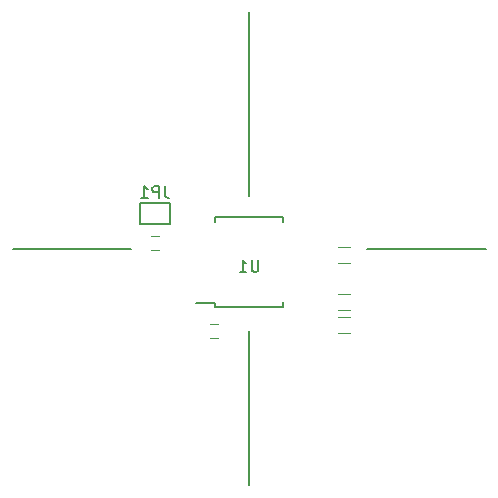
<source format=gbo>
G04 This is an RS-274x file exported by *
G04 gerbv version 2.6.2 *
G04 More information is available about gerbv at *
G04 http://gerbv.geda-project.org/ *
G04 --End of header info--*
%MOIN*%
%FSLAX34Y34*%
%IPPOS*%
G04 --Define apertures--*
%ADD10C,0.0039*%
%ADD11C,0.0079*%
%ADD12C,0.0047*%
%ADD13C,0.0059*%
G04 --Start main section--*
G54D11*
G01X0019291Y0011417D02*
G01X0015354Y0011417D01*
G01X0003543Y0011417D02*
G01X0007480Y0011417D01*
G01X0011417Y0003543D02*
G01X0011417Y0008661D01*
G01X0011417Y0019291D02*
G01X0011417Y0013189D01*
G54D12*
G01X0010374Y0008898D02*
G01X0010098Y0008898D01*
G01X0010098Y0008425D02*
G01X0010374Y0008425D01*
G01X0008130Y0011378D02*
G01X0008406Y0011378D01*
G01X0008406Y0011850D02*
G01X0008130Y0011850D01*
G54D13*
G01X0007768Y0012948D02*
G01X0008768Y0012948D01*
G01X0008768Y0012248D02*
G01X0007768Y0012248D01*
G01X0008768Y0012248D02*
G01X0008768Y0012948D01*
G01X0007768Y0012948D02*
G01X0007768Y0012248D01*
G54D12*
G01X0014370Y0010953D02*
G01X0014764Y0010953D01*
G01X0014764Y0011488D02*
G01X0014370Y0011488D01*
G01X0014764Y0009913D02*
G01X0014370Y0009913D01*
G01X0014370Y0009378D02*
G01X0014764Y0009378D01*
G01X0014370Y0008591D02*
G01X0014764Y0008591D01*
G01X0014764Y0009126D02*
G01X0014370Y0009126D01*
G54D13*
G01X0010285Y0009459D02*
G01X0010285Y0009596D01*
G01X0012549Y0009459D02*
G01X0012549Y0009636D01*
G01X0012549Y0012470D02*
G01X0012549Y0012293D01*
G01X0010285Y0012470D02*
G01X0010285Y0012293D01*
G01X0010285Y0009459D02*
G01X0012549Y0009459D01*
G01X0010285Y0012470D02*
G01X0012549Y0012470D01*
G01X0010285Y0009596D02*
G01X0009656Y0009596D01*
G01X0008596Y0013503D02*
G01X0008596Y0013222D01*
G01X0008596Y0013222D02*
G01X0008615Y0013166D01*
G01X0008615Y0013166D02*
G01X0008652Y0013128D01*
G01X0008652Y0013128D02*
G01X0008708Y0013109D01*
G01X0008708Y0013109D02*
G01X0008746Y0013109D01*
G01X0008408Y0013109D02*
G01X0008408Y0013503D01*
G01X0008408Y0013503D02*
G01X0008258Y0013503D01*
G01X0008258Y0013503D02*
G01X0008221Y0013484D01*
G01X0008221Y0013484D02*
G01X0008202Y0013466D01*
G01X0008202Y0013466D02*
G01X0008183Y0013428D01*
G01X0008183Y0013428D02*
G01X0008183Y0013372D01*
G01X0008183Y0013372D02*
G01X0008202Y0013334D01*
G01X0008202Y0013334D02*
G01X0008221Y0013316D01*
G01X0008221Y0013316D02*
G01X0008258Y0013297D01*
G01X0008258Y0013297D02*
G01X0008408Y0013297D01*
G01X0007808Y0013109D02*
G01X0008033Y0013109D01*
G01X0007921Y0013109D02*
G01X0007921Y0013503D01*
G01X0007921Y0013503D02*
G01X0007958Y0013447D01*
G01X0007958Y0013447D02*
G01X0007996Y0013409D01*
G01X0007996Y0013409D02*
G01X0008033Y0013391D01*
G01X0011717Y0011042D02*
G01X0011717Y0010724D01*
G01X0011717Y0010724D02*
G01X0011699Y0010686D01*
G01X0011699Y0010686D02*
G01X0011680Y0010667D01*
G01X0011680Y0010667D02*
G01X0011642Y0010649D01*
G01X0011642Y0010649D02*
G01X0011567Y0010649D01*
G01X0011567Y0010649D02*
G01X0011530Y0010667D01*
G01X0011530Y0010667D02*
G01X0011511Y0010686D01*
G01X0011511Y0010686D02*
G01X0011492Y0010724D01*
G01X0011492Y0010724D02*
G01X0011492Y0011042D01*
G01X0011099Y0010649D02*
G01X0011324Y0010649D01*
G01X0011211Y0010649D02*
G01X0011211Y0011042D01*
G01X0011211Y0011042D02*
G01X0011249Y0010986D01*
G01X0011249Y0010986D02*
G01X0011286Y0010949D01*
G01X0011286Y0010949D02*
G01X0011324Y0010930D01*
M02*

</source>
